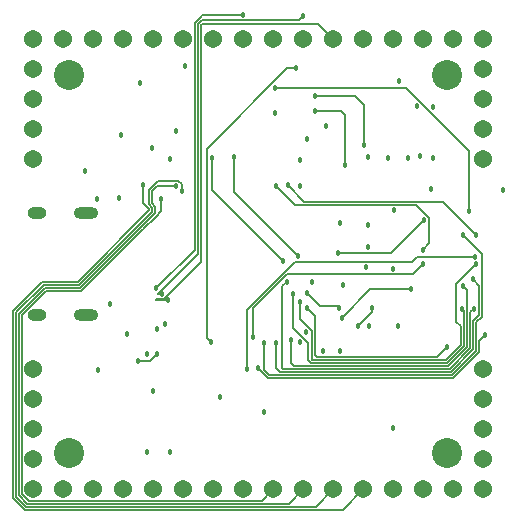
<source format=gbr>
%TF.GenerationSoftware,KiCad,Pcbnew,8.0.6-8.0.6-0~ubuntu24.04.1*%
%TF.CreationDate,2024-10-23T10:13:35-04:00*%
%TF.ProjectId,ta-expt-v2,74612d65-7870-4742-9d76-322e6b696361,rev?*%
%TF.SameCoordinates,Original*%
%TF.FileFunction,Copper,L4,Bot*%
%TF.FilePolarity,Positive*%
%FSLAX46Y46*%
G04 Gerber Fmt 4.6, Leading zero omitted, Abs format (unit mm)*
G04 Created by KiCad (PCBNEW 8.0.6-8.0.6-0~ubuntu24.04.1) date 2024-10-23 10:13:35*
%MOMM*%
%LPD*%
G01*
G04 APERTURE LIST*
%TA.AperFunction,ComponentPad*%
%ADD10O,2.100000X1.000000*%
%TD*%
%TA.AperFunction,ComponentPad*%
%ADD11O,1.600000X1.000000*%
%TD*%
%TA.AperFunction,ComponentPad*%
%ADD12C,1.540000*%
%TD*%
%TA.AperFunction,ComponentPad*%
%ADD13C,2.540000*%
%TD*%
%TA.AperFunction,ViaPad*%
%ADD14C,0.457200*%
%TD*%
%TA.AperFunction,Conductor*%
%ADD15C,0.127000*%
%TD*%
G04 APERTURE END LIST*
D10*
%TO.P,J3,S1,SHIELD*%
%TO.N,unconnected-(J3-SHIELD-PadS1)*%
X140390000Y-103680000D03*
D11*
X136210000Y-103680000D03*
D10*
X140390000Y-112320000D03*
D11*
X136210000Y-112320000D03*
%TD*%
D12*
%TO.P,J7,1,Pin_1*%
%TO.N,VDD*%
X135950000Y-116890000D03*
%TO.P,J7,2,Pin_2*%
%TO.N,GND*%
X135950000Y-119430000D03*
%TO.P,J7,3,Pin_3*%
%TO.N,/SWDIO*%
X135950000Y-121970000D03*
%TO.P,J7,4,Pin_4*%
%TO.N,/SWCLK*%
X135950000Y-124510000D03*
%TD*%
%TO.P,J8,1,Pin_1*%
%TO.N,unconnected-(J8-Pin_1-Pad1)*%
X135950000Y-127050000D03*
%TO.P,J8,2,Pin_2*%
%TO.N,unconnected-(J8-Pin_2-Pad2)*%
X138490000Y-127050000D03*
%TO.P,J8,3,Pin_3*%
%TO.N,unconnected-(J8-Pin_3-Pad3)*%
X141030000Y-127050000D03*
%TO.P,J8,4,Pin_4*%
%TO.N,unconnected-(J8-Pin_4-Pad4)*%
X143570000Y-127050000D03*
%TO.P,J8,5,Pin_5*%
%TO.N,unconnected-(J8-Pin_5-Pad5)*%
X146110000Y-127050000D03*
%TO.P,J8,6,Pin_6*%
%TO.N,unconnected-(J8-Pin_6-Pad6)*%
X148650000Y-127050000D03*
%TO.P,J8,7,Pin_7*%
%TO.N,unconnected-(J8-Pin_7-Pad7)*%
X151190000Y-127050000D03*
%TO.P,J8,8,Pin_8*%
%TO.N,/BOOT0*%
X153730000Y-127050000D03*
%TO.P,J8,9,Pin_9*%
%TO.N,/LPUART_CTS*%
X156270000Y-127050000D03*
%TO.P,J8,10,Pin_10*%
%TO.N,/LPUART_TX*%
X158810000Y-127050000D03*
%TO.P,J8,11,Pin_11*%
%TO.N,/LPUART_RX*%
X161350000Y-127050000D03*
%TO.P,J8,12,Pin_12*%
%TO.N,/LPUART_RTS*%
X163890000Y-127050000D03*
%TO.P,J8,13,Pin_13*%
%TO.N,unconnected-(J8-Pin_13-Pad13)*%
X166430000Y-127050000D03*
%TO.P,J8,14,Pin_14*%
%TO.N,unconnected-(J8-Pin_14-Pad14)*%
X168970000Y-127050000D03*
%TO.P,J8,15,Pin_15*%
%TO.N,unconnected-(J8-Pin_15-Pad15)*%
X171510000Y-127050000D03*
%TO.P,J8,16,Pin_16*%
%TO.N,unconnected-(J8-Pin_16-Pad16)*%
X174050000Y-127050000D03*
%TD*%
%TO.P,J1,2,Pin_2*%
%TO.N,unconnected-(J1-Pin_2-Pad2)*%
X174050000Y-124510000D03*
%TO.P,J1,3,Pin_3*%
%TO.N,GND*%
X174050000Y-121970000D03*
%TO.P,J1,4,Pin_4*%
%TO.N,unconnected-(J1-Pin_4-Pad4)*%
X174050000Y-119430000D03*
%TO.P,J1,5,Pin_5*%
%TO.N,unconnected-(J1-Pin_5-Pad5)*%
X174050000Y-116890000D03*
%TD*%
%TO.P,J2,1,Pin_1*%
%TO.N,unconnected-(J2-Pin_1-Pad1)*%
X135950000Y-99110000D03*
%TO.P,J2,2,Pin_2*%
%TO.N,GND*%
X135950000Y-96570000D03*
%TO.P,J2,3,Pin_3*%
%TO.N,unconnected-(J2-Pin_3-Pad3)*%
X135950000Y-94030000D03*
%TO.P,J2,4,Pin_4*%
%TO.N,unconnected-(J2-Pin_4-Pad4)*%
X135950000Y-91490000D03*
%TD*%
D13*
%TO.P,J6,1,Pin_1*%
%TO.N,GND*%
X139000000Y-92000000D03*
%TO.P,J6,2,Pin_2*%
X171000000Y-92000000D03*
%TO.P,J6,3,Pin_3*%
X139000000Y-124000000D03*
%TO.P,J6,4,Pin_4*%
X171000000Y-124000000D03*
%TD*%
D12*
%TO.P,J4,2,Pin_2*%
%TO.N,unconnected-(J4-Pin_2-Pad2)*%
X174050000Y-99110000D03*
%TO.P,J4,3,Pin_3*%
%TO.N,unconnected-(J4-Pin_3-Pad3)*%
X174050000Y-96570000D03*
%TO.P,J4,4,Pin_4*%
%TO.N,unconnected-(J4-Pin_4-Pad4)*%
X174050000Y-94030000D03*
%TO.P,J4,5,Pin_5*%
%TO.N,unconnected-(J4-Pin_5-Pad5)*%
X174050000Y-91490000D03*
%TD*%
%TO.P,J9,1,Pin_1*%
%TO.N,unconnected-(J9-Pin_1-Pad1)*%
X135950000Y-88950000D03*
%TO.P,J9,2,Pin_2*%
%TO.N,unconnected-(J9-Pin_2-Pad2)*%
X138490000Y-88950000D03*
%TO.P,J9,3,Pin_3*%
%TO.N,GND*%
X141030000Y-88950000D03*
%TO.P,J9,4,Pin_4*%
%TO.N,unconnected-(J9-Pin_4-Pad4)*%
X143570000Y-88950000D03*
%TO.P,J9,5,Pin_5*%
%TO.N,unconnected-(J9-Pin_5-Pad5)*%
X146110000Y-88950000D03*
%TO.P,J9,6,Pin_6*%
%TO.N,unconnected-(J9-Pin_6-Pad6)*%
X148650000Y-88950000D03*
%TO.P,J9,7,Pin_7*%
%TO.N,/NRST*%
X151190000Y-88950000D03*
%TO.P,J9,8,Pin_8*%
%TO.N,/USART1_CK*%
X153730000Y-88950000D03*
%TO.P,J9,9,Pin_9*%
%TO.N,/USART1_CTS*%
X156270000Y-88950000D03*
%TO.P,J9,10,Pin_10*%
%TO.N,/USART1_TX*%
X158810000Y-88950000D03*
%TO.P,J9,11,Pin_11*%
%TO.N,/USART1_RX*%
X161350000Y-88950000D03*
%TO.P,J9,12,Pin_12*%
%TO.N,/USART1_RTS*%
X163890000Y-88950000D03*
%TO.P,J9,13,Pin_13*%
%TO.N,unconnected-(J9-Pin_13-Pad13)*%
X166430000Y-88950000D03*
%TO.P,J9,14,Pin_14*%
%TO.N,unconnected-(J9-Pin_14-Pad14)*%
X168970000Y-88950000D03*
%TO.P,J9,15,Pin_15*%
%TO.N,unconnected-(J9-Pin_15-Pad15)*%
X171510000Y-88950000D03*
%TO.P,J9,16,Pin_16*%
%TO.N,unconnected-(J9-Pin_16-Pad16)*%
X174050000Y-88950000D03*
%TD*%
D14*
%TO.N,GND*%
X143200000Y-102400000D03*
X169800000Y-98950000D03*
X146100000Y-118700000D03*
X164400000Y-113200000D03*
X175700000Y-101700000D03*
X166450000Y-103400000D03*
X165950000Y-98950000D03*
X142400000Y-111350000D03*
X166400000Y-121850000D03*
X167700000Y-98950000D03*
X140350000Y-100100000D03*
X164300000Y-98900000D03*
X147500000Y-99100000D03*
X166850000Y-113200000D03*
X143350000Y-97000000D03*
X158500000Y-114600000D03*
X161900000Y-104500000D03*
X159500000Y-109500000D03*
X148000000Y-96700000D03*
X161900000Y-115300000D03*
X158500000Y-101350000D03*
X166400000Y-108400000D03*
X146400000Y-113500000D03*
X164250000Y-106500000D03*
X160700000Y-96300000D03*
X151750000Y-119250000D03*
X147500000Y-123900000D03*
X144950000Y-92650000D03*
X145600000Y-123900000D03*
X169800000Y-94650000D03*
X143900000Y-113900000D03*
X164100000Y-108200000D03*
X159100000Y-97400000D03*
X148800000Y-91200000D03*
X141350000Y-102500000D03*
X164250000Y-104700000D03*
%TO.N,/VDD_FILT*%
X160500000Y-115300000D03*
X158500000Y-99150000D03*
X155500000Y-120500000D03*
X156400000Y-95200000D03*
X169600000Y-101650000D03*
X166900000Y-92500000D03*
X145950000Y-98100000D03*
X141450000Y-116900000D03*
X168400000Y-94600000D03*
X147050000Y-113000000D03*
X159000000Y-113750000D03*
X162150000Y-109750000D03*
X168650000Y-98850000D03*
X145600000Y-115600000D03*
%TO.N,Net-(IC3-PC15-OSC32_OUT)*%
X163400000Y-113200000D03*
X164600000Y-111650000D03*
%TO.N,/NRST*%
X158350000Y-107300000D03*
X152900000Y-98900000D03*
%TO.N,/LDO_OUT*%
X161850000Y-111700000D03*
X151050000Y-98950000D03*
X159150000Y-110400000D03*
X157075000Y-107725000D03*
%TO.N,/USART1_RX*%
X147350000Y-111000000D03*
%TO.N,/I2C3_SDA*%
X173350000Y-107400000D03*
X154000000Y-116850000D03*
%TO.N,/DCMI_VSYNC*%
X155500000Y-114650000D03*
X172350000Y-105500000D03*
%TO.N,/QUADSPI_BK2_IO2*%
X162330500Y-99569500D03*
X159800000Y-95050000D03*
%TO.N,/DCMI_D5*%
X155000000Y-116800000D03*
X174200000Y-114000000D03*
%TO.N,/LPUART_TX*%
X148000000Y-101350000D03*
%TO.N,/DCMI_D8*%
X158500000Y-111150000D03*
X173450000Y-108000000D03*
%TO.N,/LPUART_CTS*%
X146750000Y-102500000D03*
%TO.N,/USART1_TX*%
X146800000Y-110500000D03*
X158800000Y-87000000D03*
%TO.N,/DCMI_D7*%
X157750000Y-114400000D03*
X172300000Y-109800000D03*
%TO.N,/I2C3_SCL*%
X161750000Y-107000000D03*
X169000000Y-104250000D03*
%TO.N,/LPUART_RX*%
X148500000Y-101800000D03*
%TO.N,/Control*%
X172850000Y-103500000D03*
X167900000Y-110100000D03*
X162050000Y-112500000D03*
X156400000Y-93050000D03*
%TO.N,/SWCLK*%
X144800000Y-116150000D03*
X146400000Y-115600000D03*
%TO.N,/DCMI_D9*%
X154550000Y-114150000D03*
X168950000Y-108000000D03*
%TO.N,/USART1_CK*%
X146350000Y-110000000D03*
X153700000Y-86900000D03*
%TO.N,/DCMI_D4*%
X170950000Y-114950000D03*
X159100000Y-111650000D03*
%TO.N,/LPUART_RTS*%
X145250000Y-101300000D03*
%TO.N,/DCMI_PIXCLK*%
X168900000Y-106750000D03*
X156500000Y-101350000D03*
%TO.N,/DCMI_HSYNC*%
X157500000Y-101300000D03*
X173400000Y-105500000D03*
%TO.N,/DCMI_D2*%
X157400000Y-109450000D03*
X173250000Y-111750000D03*
%TO.N,/QUADSPI_BK2_IO1*%
X163950000Y-97850000D03*
X159800000Y-93750000D03*
%TO.N,/DCMI_D6*%
X156500000Y-114650000D03*
X173150000Y-109250000D03*
%TO.N,/DCMI_D3*%
X157900000Y-110500000D03*
X172200000Y-111750000D03*
%TO.N,/QUADSPI_BK2_NCS*%
X158200000Y-91400000D03*
X151000000Y-114600000D03*
%TD*%
D15*
%TO.N,Net-(IC3-PC15-OSC32_OUT)*%
X163400000Y-113200000D02*
X164600000Y-112000000D01*
X164600000Y-112000000D02*
X164600000Y-111650000D01*
%TO.N,/NRST*%
X152900000Y-98900000D02*
X152900000Y-101850000D01*
X152900000Y-101850000D02*
X158350000Y-107300000D01*
%TO.N,/LDO_OUT*%
X161650000Y-111500000D02*
X161800000Y-111650000D01*
X160250000Y-111500000D02*
X161650000Y-111500000D01*
X161800000Y-111650000D02*
X161850000Y-111700000D01*
X159150000Y-110400000D02*
X160250000Y-111500000D01*
X151050000Y-101700000D02*
X157075000Y-107725000D01*
X157075000Y-107725000D02*
X157100000Y-107750000D01*
X151050000Y-98950000D02*
X151050000Y-101700000D01*
%TO.N,/USART1_RX*%
X160009210Y-87609210D02*
X161350000Y-88950000D01*
X147350000Y-111000000D02*
X146367828Y-111000000D01*
X150118500Y-107804462D02*
X150118500Y-87749920D01*
X150259210Y-87609210D02*
X160009210Y-87609210D01*
X146982462Y-110940500D02*
X150118500Y-107804462D01*
X146308328Y-110940500D02*
X146982462Y-110940500D01*
X150118500Y-87749920D02*
X150259210Y-87609210D01*
X146367828Y-111000000D02*
X146308328Y-110940500D01*
%TO.N,/I2C3_SDA*%
X154000000Y-111867828D02*
X155383914Y-110483914D01*
X155383914Y-110483914D02*
X158108328Y-107759500D01*
X158108328Y-107759500D02*
X168040500Y-107759500D01*
X154000000Y-116850000D02*
X154000000Y-111867828D01*
X168040500Y-107759500D02*
X168400000Y-107400000D01*
X168400000Y-107400000D02*
X173350000Y-107400000D01*
%TO.N,/DCMI_VSYNC*%
X155905210Y-117346000D02*
X171394790Y-117346000D01*
X171394790Y-117346000D02*
X173446000Y-115294790D01*
X173446000Y-115294790D02*
X173446000Y-114550000D01*
X173944500Y-112414710D02*
X173944500Y-107094500D01*
X155500000Y-114650000D02*
X155500000Y-116940790D01*
X155500000Y-116940790D02*
X155905210Y-117346000D01*
X173446000Y-114550000D02*
X173446000Y-112913210D01*
X173944500Y-107094500D02*
X172350000Y-105500000D01*
X173446000Y-112913210D02*
X173944500Y-112414710D01*
%TO.N,/QUADSPI_BK2_IO2*%
X162330500Y-99569500D02*
X162330500Y-95380500D01*
X162000000Y-95050000D02*
X159800000Y-95050000D01*
X162330500Y-95380500D02*
X162000000Y-95050000D01*
%TO.N,/DCMI_D5*%
X171500000Y-117600000D02*
X173700000Y-115400000D01*
X155800000Y-117600000D02*
X171500000Y-117600000D01*
X155000000Y-116800000D02*
X155800000Y-117600000D01*
X173700000Y-114500000D02*
X174200000Y-114000000D01*
X173700000Y-115400000D02*
X173700000Y-114500000D01*
%TO.N,/LPUART_TX*%
X146250000Y-103104000D02*
X146250000Y-103640790D01*
X134735500Y-112158776D02*
X134735500Y-127553063D01*
X139920395Y-109970395D02*
X136923881Y-109970395D01*
X145959500Y-102813500D02*
X146250000Y-103104000D01*
X157595500Y-128264500D02*
X158810000Y-127050000D01*
X146427038Y-101350000D02*
X145959500Y-101817538D01*
X134735500Y-127553063D02*
X135446937Y-128264500D01*
X135446937Y-128264500D02*
X157595500Y-128264500D01*
X146250000Y-103640790D02*
X139920395Y-109970395D01*
X148000000Y-101350000D02*
X146427038Y-101350000D01*
X136923881Y-109970395D02*
X134735500Y-112158776D01*
X145959500Y-101817538D02*
X145959500Y-102813500D01*
%TO.N,/DCMI_D8*%
X172147975Y-113238235D02*
X171759500Y-112849760D01*
X172147975Y-114796765D02*
X172147975Y-113238235D01*
X159529605Y-116020395D02*
X159559210Y-116050000D01*
X159529605Y-113656643D02*
X159529605Y-116020395D01*
X159559210Y-116050000D02*
X170894740Y-116050000D01*
X171759500Y-112849760D02*
X171759500Y-109690500D01*
X170894740Y-116050000D02*
X172147975Y-114796765D01*
X158500000Y-111150000D02*
X158500000Y-112627038D01*
X158500000Y-112627038D02*
X159529605Y-113656643D01*
X171759500Y-109690500D02*
X173450000Y-108000000D01*
%TO.N,/LPUART_CTS*%
X139998500Y-110251500D02*
X137001986Y-110251500D01*
X134989500Y-117789500D02*
X135000000Y-117800000D01*
X134989500Y-117789500D02*
X134989500Y-127447853D01*
X155320000Y-128000000D02*
X156270000Y-127050000D01*
X145250000Y-105000000D02*
X139998500Y-110251500D01*
X135552147Y-128010500D02*
X154989500Y-128010500D01*
X154989500Y-128010500D02*
X155000000Y-128000000D01*
X134989500Y-127447853D02*
X135552147Y-128010500D01*
X134989500Y-112263986D02*
X134989500Y-117789500D01*
X146750000Y-102500000D02*
X146750000Y-103500000D01*
X137001986Y-110251500D02*
X134989500Y-112263986D01*
X146300000Y-103950000D02*
X145250000Y-105000000D01*
X155000000Y-128000000D02*
X155320000Y-128000000D01*
X146750000Y-103500000D02*
X146300000Y-103950000D01*
%TO.N,/USART1_TX*%
X150190500Y-87340500D02*
X150179605Y-87329605D01*
X157540500Y-87340500D02*
X150190500Y-87340500D01*
X149864500Y-107108462D02*
X146472962Y-110500000D01*
X149864500Y-87644710D02*
X149864500Y-107108462D01*
X158459500Y-87340500D02*
X158800000Y-87000000D01*
X146472962Y-110500000D02*
X146800000Y-110500000D01*
X150179605Y-87329605D02*
X149864500Y-87644710D01*
X157540500Y-87340500D02*
X158459500Y-87340500D01*
%TO.N,/DCMI_D7*%
X157750000Y-114400000D02*
X157750000Y-116350000D01*
X172684000Y-114750000D02*
X172684000Y-110184000D01*
X172684000Y-114979160D02*
X172684000Y-114750000D01*
X157750000Y-116350000D02*
X157984000Y-116584000D01*
X157984000Y-116584000D02*
X171079160Y-116584000D01*
X172300000Y-109800000D02*
X172350000Y-109850000D01*
X171079160Y-116584000D02*
X172684000Y-114979160D01*
X172684000Y-110184000D02*
X172300000Y-109800000D01*
%TO.N,/I2C3_SCL*%
X161750000Y-107000000D02*
X166250000Y-107000000D01*
X166250000Y-107000000D02*
X169000000Y-104250000D01*
%TO.N,/LPUART_RX*%
X145996000Y-103535580D02*
X139815185Y-109716395D01*
X146517828Y-100900000D02*
X145705500Y-101712328D01*
X139815185Y-109716395D02*
X136818671Y-109716395D01*
X145996000Y-103209210D02*
X145996000Y-103535580D01*
X148500000Y-101227038D02*
X148172962Y-100900000D01*
X159881500Y-128518500D02*
X161350000Y-127050000D01*
X135341727Y-128518500D02*
X159881500Y-128518500D01*
X134481500Y-112053566D02*
X134481500Y-127658273D01*
X148500000Y-101800000D02*
X148500000Y-101227038D01*
X145705500Y-102918710D02*
X145996000Y-103209210D01*
X134481500Y-127658273D02*
X135341727Y-128518500D01*
X136818671Y-109716395D02*
X134481500Y-112053566D01*
X145705500Y-101712328D02*
X145705500Y-102918710D01*
X148172962Y-100900000D02*
X146517828Y-100900000D01*
%TO.N,/Control*%
X156400000Y-93050000D02*
X167500000Y-93050000D01*
X172850000Y-98400000D02*
X172850000Y-103500000D01*
X167500000Y-93050000D02*
X172850000Y-98400000D01*
X167900000Y-110100000D02*
X164450000Y-110100000D01*
X164450000Y-110100000D02*
X162050000Y-112500000D01*
%TO.N,/SWCLK*%
X145850000Y-116150000D02*
X146400000Y-115600000D01*
X144800000Y-116150000D02*
X145850000Y-116150000D01*
%TO.N,/DCMI_D9*%
X168950000Y-108000000D02*
X168109500Y-108840500D01*
X168109500Y-108840500D02*
X157386538Y-108840500D01*
X157386538Y-108840500D02*
X154550000Y-111677038D01*
X154550000Y-111677038D02*
X154550000Y-114150000D01*
%TO.N,/USART1_CK*%
X149610500Y-87539500D02*
X150100000Y-87050000D01*
X149610500Y-106739500D02*
X149610500Y-88460500D01*
X150100000Y-87050000D02*
X150250000Y-86900000D01*
X149610500Y-88460500D02*
X149610500Y-87539500D01*
X146350000Y-110000000D02*
X149610500Y-106739500D01*
X150250000Y-86900000D02*
X153700000Y-86900000D01*
%TO.N,/DCMI_D4*%
X159946000Y-115796000D02*
X167704000Y-115796000D01*
X159100000Y-111650000D02*
X159800000Y-112350000D01*
X167704000Y-115796000D02*
X170104000Y-115796000D01*
X159800000Y-115650000D02*
X159946000Y-115796000D01*
X170104000Y-115796000D02*
X170950000Y-114950000D01*
X159800000Y-112350000D02*
X159800000Y-115650000D01*
%TO.N,/LPUART_RTS*%
X145742000Y-103314420D02*
X145250000Y-102822420D01*
X145250000Y-102822420D02*
X145250000Y-101300000D01*
X135236517Y-128772500D02*
X162167500Y-128772500D01*
X136714671Y-109461185D02*
X139711185Y-109461185D01*
X162167500Y-128772500D02*
X163890000Y-127050000D01*
X134227500Y-127763483D02*
X134227500Y-111948356D01*
X135132008Y-128667992D02*
X135236517Y-128772500D01*
X135132008Y-128667992D02*
X134227500Y-127763483D01*
X134227500Y-111948356D02*
X136714671Y-109461185D01*
X139711185Y-109461185D02*
X145742000Y-103430370D01*
X145742000Y-103430370D02*
X145742000Y-103314420D01*
X135132009Y-128667992D02*
X135132008Y-128667992D01*
%TO.N,/DCMI_PIXCLK*%
X168332462Y-102959500D02*
X169440500Y-104067538D01*
X169440500Y-104067538D02*
X169440500Y-106209500D01*
X169440500Y-106209500D02*
X168900000Y-106750000D01*
X156500000Y-101350000D02*
X158109500Y-102959500D01*
X158109500Y-102959500D02*
X168332462Y-102959500D01*
%TO.N,/DCMI_HSYNC*%
X157500000Y-101300000D02*
X158900000Y-102700000D01*
X166750000Y-102700000D02*
X170600000Y-102700000D01*
X158900000Y-102700000D02*
X166750000Y-102700000D01*
X170600000Y-102700000D02*
X173400000Y-105500000D01*
%TO.N,/DCMI_D2*%
X157055210Y-116838000D02*
X171184370Y-116838000D01*
X172938000Y-112062000D02*
X173250000Y-111750000D01*
X157000000Y-116782790D02*
X157055210Y-116838000D01*
X172938000Y-114700000D02*
X172938000Y-112062000D01*
X172938000Y-115084370D02*
X172938000Y-114700000D01*
X157000000Y-109850000D02*
X157000000Y-116782790D01*
X171184370Y-116838000D02*
X172938000Y-115084370D01*
X157400000Y-109450000D02*
X157000000Y-109850000D01*
%TO.N,/QUADSPI_BK2_IO1*%
X163200000Y-93750000D02*
X159800000Y-93750000D01*
X163950000Y-97850000D02*
X163950000Y-94500000D01*
X163950000Y-94500000D02*
X163200000Y-93750000D01*
%TO.N,/DCMI_D6*%
X156500000Y-116750000D02*
X156842000Y-117092000D01*
X173690500Y-109790500D02*
X173150000Y-109250000D01*
X173192000Y-112808000D02*
X173690500Y-112309500D01*
X156500000Y-114650000D02*
X156500000Y-116750000D01*
X156950000Y-117092000D02*
X171289580Y-117092000D01*
X156842000Y-117092000D02*
X156950000Y-117092000D01*
X171289580Y-117092000D02*
X173192000Y-115189580D01*
X173192000Y-114650000D02*
X173192000Y-112808000D01*
X173690500Y-112309500D02*
X173690500Y-109790500D01*
X173192000Y-115189580D02*
X173192000Y-114650000D01*
%TO.N,/DCMI_D3*%
X159200000Y-114677038D02*
X159200000Y-116050000D01*
X172430000Y-111980000D02*
X172200000Y-111750000D01*
X159200000Y-116050000D02*
X159480000Y-116330000D01*
X170973950Y-116330000D02*
X172401975Y-114901975D01*
X159480000Y-116330000D02*
X170973950Y-116330000D01*
X172430000Y-114873950D02*
X172430000Y-114750000D01*
X157900000Y-110500000D02*
X157900000Y-113377038D01*
X172430000Y-114750000D02*
X172430000Y-111980000D01*
X157900000Y-113377038D02*
X159200000Y-114677038D01*
X172401975Y-114901975D02*
X172430000Y-114873950D01*
%TO.N,/QUADSPI_BK2_NCS*%
X157400000Y-91400000D02*
X158200000Y-91400000D01*
X150609500Y-98190500D02*
X157400000Y-91400000D01*
X150609500Y-114209500D02*
X150609500Y-98190500D01*
X151000000Y-114600000D02*
X150609500Y-114209500D01*
%TD*%
M02*

</source>
